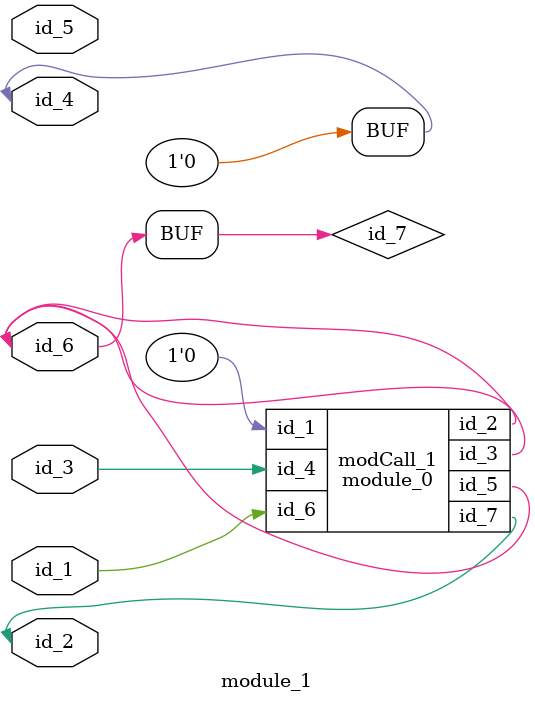
<source format=v>
module module_0 (
    id_1,
    id_2,
    id_3,
    id_4,
    id_5,
    id_6,
    id_7
);
  output wire id_7;
  input wire id_6;
  inout wire id_5;
  input wire id_4;
  inout wire id_3;
  inout wire id_2;
  input wire id_1;
  assign id_7 = 1 ? 1 : id_6;
  assign id_5 = id_3;
  wire id_8;
  assign id_8 = 1;
  assign id_7 = id_2 >= id_8;
endmodule
module module_1 (
    id_1,
    id_2,
    id_3,
    id_4,
    id_5,
    id_6
);
  inout wire id_6;
  inout wire id_5;
  inout wire id_4;
  inout wire id_3;
  inout wire id_2;
  input wire id_1;
  wire id_7 = id_6;
  module_0 modCall_1 (
      id_4,
      id_6,
      id_7,
      id_3,
      id_6,
      id_1,
      id_2
  );
  wire id_8;
  assign id_4 = id_3 ? 1 & (1) : id_1;
  assign id_4 = 1'b0;
endmodule

</source>
